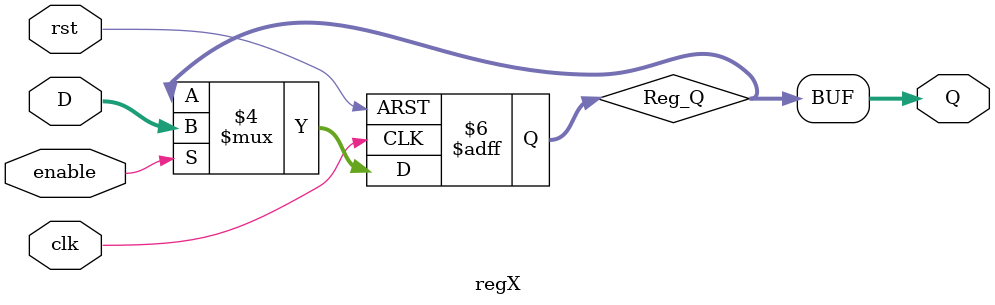
<source format=sv>
module regX(
	input clk,
	input rst,
	input enable,
  input [3:0] D,
  output [3: 0] Q
);

  reg  [3:0] Reg_Q;


assign Q = Reg_Q;

always@(posedge clk or negedge rst) begin
  if(rst == 1'b0) 
		Reg_Q <= 0;
	else 
		if(enable == 1'b1)
			Reg_Q <= D;
end

endmodule
</source>
